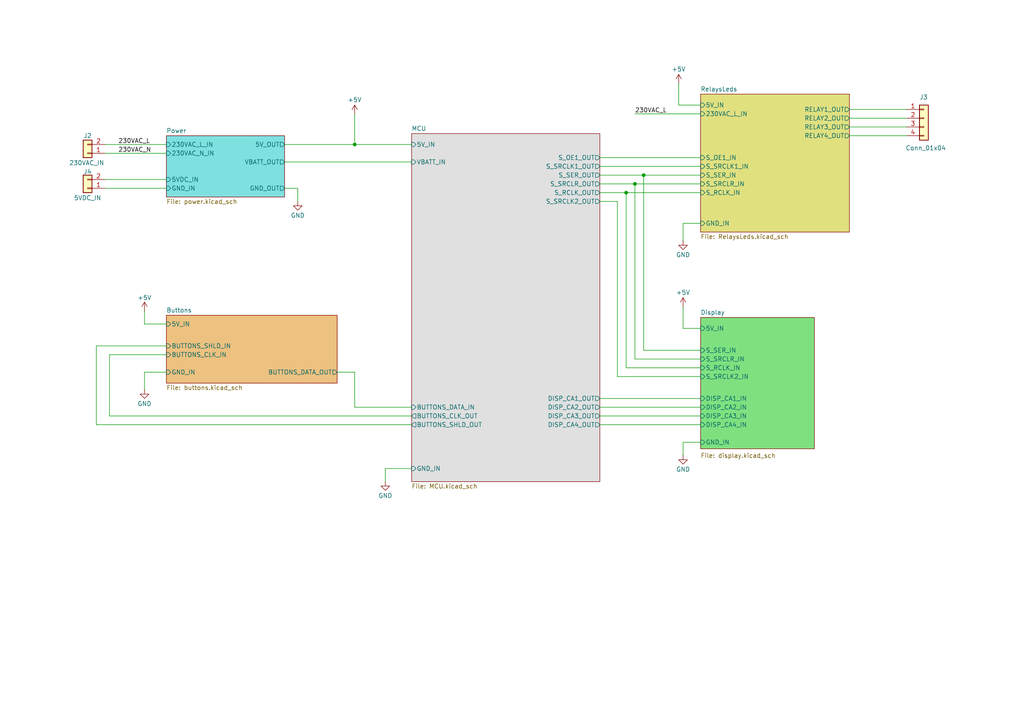
<source format=kicad_sch>
(kicad_sch (version 20231120) (generator "eeschema") (generator_version "8.0")
  (paper "A4")
  (lib_symbols
    (symbol "alf64:+5V" (power) (pin_numbers hide) (pin_names (offset 0) hide)
      (property "Value" "+5V" (at 0 3.556 0))
      (symbol "+5V_0_1"
        (polyline (pts (xy -0.762 1.27) (xy 0 2.54)))
        (polyline (pts (xy 0 0) (xy 0 2.54)))
        (polyline (pts (xy 0 2.54) (xy 0.762 1.27)))
      )
      (symbol "+5V_1_1"
        (pin power_in line (at 0 0 90) (length 0) (name "~") (number "1"))
      )
    )
    (symbol "alf64:Conn_01x02" (pin_names (offset 1.016) hide)
      (property "Reference" "J" (at 0 2.54 0))
      (property "Value" "Conn_01x02" (at 0 -5.08 0))
      (symbol "Conn_01x02_1_1"
        (rectangle (start -1.27 -2.413) (end 0 -2.667) (stroke (width 0.1524)))
        (rectangle (start -1.27 0.127) (end 0 -0.127) (stroke (width 0.1524)))
        (rectangle (start -1.27 1.27) (end 1.27 -3.81) (stroke (width 0.254)) (fill (type background)))
        (pin passive line (at -5.08 0 0) (length 3.81) (name "Pin_1") (number "1"))
        (pin passive line (at -5.08 -2.54 0) (length 3.81) (name "Pin_2") (number "2"))
      )
    )
    (symbol "alf64:Conn_01x04" (pin_names (offset 1.016) hide)
      (property "Reference" "J" (at 0 5.08 0))
      (property "Value" "Conn_01x04" (at 0 -7.62 0))
      (symbol "Conn_01x04_1_1"
        (rectangle (start -1.27 -4.953) (end 0 -5.207) (stroke (width 0.1524)))
        (rectangle (start -1.27 -2.413) (end 0 -2.667) (stroke (width 0.1524)))
        (rectangle (start -1.27 0.127) (end 0 -0.127) (stroke (width 0.1524)))
        (rectangle (start -1.27 2.667) (end 0 2.413) (stroke (width 0.1524)))
        (rectangle (start -1.27 3.81) (end 1.27 -6.35) (stroke (width 0.254)) (fill (type background)))
        (pin passive line (at -5.08 2.54 0) (length 3.81) (name "Pin_1") (number "1"))
        (pin passive line (at -5.08 0 0) (length 3.81) (name "Pin_2") (number "2"))
        (pin passive line (at -5.08 -2.54 0) (length 3.81) (name "Pin_3") (number "3"))
        (pin passive line (at -5.08 -5.08 0) (length 3.81) (name "Pin_4") (number "4"))
      )
    )
    (symbol "alf64:GND" (power) (pin_numbers hide) (pin_names (offset 0) hide)
      (property "Value" "GND" (at 0 -3.81 0))
      (symbol "GND_0_1"
        (polyline (pts (xy 0 0) (xy 0 -1.27) (xy 1.27 -1.27) (xy 0 -2.54) (xy -1.27 -1.27) (xy 0 -1.27)))
      )
      (symbol "GND_1_1"
        (pin power_in line (at 0 0 270) (length 0) (name "~") (number "1"))
      )
    )
  )
  (junction (at 102.87 41.91))
  (junction (at 181.61 55.88))
  (junction (at 184.15 53.34))
  (junction (at 186.69 50.8))
  (wire (pts (xy 203.2 64.77) (xy 198.12 64.77)))
  (wire (pts (xy 203.2 104.14) (xy 184.15 104.14)))
  (wire (pts (xy 31.75 102.87) (xy 31.75 120.65)))
  (wire (pts (xy 173.99 115.57) (xy 203.2 115.57)))
  (wire (pts (xy 186.69 101.6) (xy 186.69 50.8)))
  (wire (pts (xy 179.07 58.42) (xy 173.99 58.42)))
  (wire (pts (xy 102.87 107.95) (xy 102.87 118.11)))
  (wire (pts (xy 48.26 102.87) (xy 31.75 102.87)))
  (wire (pts (xy 186.69 50.8) (xy 203.2 50.8)))
  (wire (pts (xy 184.15 53.34) (xy 203.2 53.34)))
  (wire (pts (xy 173.99 50.8) (xy 186.69 50.8)))
  (wire (pts (xy 203.2 30.48) (xy 196.85 30.48)))
  (wire (pts (xy 246.38 39.37) (xy 262.89 39.37)))
  (wire (pts (xy 82.55 46.99) (xy 119.38 46.99)))
  (wire (pts (xy 30.48 44.45) (xy 48.26 44.45)))
  (wire (pts (xy 30.48 54.61) (xy 48.26 54.61)))
  (wire (pts (xy 111.76 135.89) (xy 111.76 139.7)))
  (wire (pts (xy 41.91 93.98) (xy 48.26 93.98)))
  (wire (pts (xy 97.79 107.95) (xy 102.87 107.95)))
  (wire (pts (xy 102.87 41.91) (xy 119.38 41.91)))
  (wire (pts (xy 246.38 31.75) (xy 262.89 31.75)))
  (wire (pts (xy 173.99 118.11) (xy 203.2 118.11)))
  (wire (pts (xy 198.12 88.9) (xy 198.12 95.25)))
  (wire (pts (xy 86.36 58.42) (xy 86.36 54.61)))
  (wire (pts (xy 48.26 100.33) (xy 27.94 100.33)))
  (wire (pts (xy 31.75 120.65) (xy 119.38 120.65)))
  (wire (pts (xy 27.94 123.19) (xy 119.38 123.19)))
  (wire (pts (xy 203.2 128.27) (xy 198.12 128.27)))
  (wire (pts (xy 102.87 118.11) (xy 119.38 118.11)))
  (wire (pts (xy 246.38 36.83) (xy 262.89 36.83)))
  (wire (pts (xy 82.55 41.91) (xy 102.87 41.91)))
  (wire (pts (xy 173.99 123.19) (xy 203.2 123.19)))
  (wire (pts (xy 184.15 104.14) (xy 184.15 53.34)))
  (wire (pts (xy 30.48 52.07) (xy 48.26 52.07)))
  (wire (pts (xy 198.12 128.27) (xy 198.12 132.08)))
  (wire (pts (xy 41.91 90.17) (xy 41.91 93.98)))
  (wire (pts (xy 203.2 106.68) (xy 181.61 106.68)))
  (wire (pts (xy 173.99 55.88) (xy 181.61 55.88)))
  (wire (pts (xy 48.26 107.95) (xy 41.91 107.95)))
  (wire (pts (xy 196.85 30.48) (xy 196.85 24.13)))
  (wire (pts (xy 173.99 45.72) (xy 203.2 45.72)))
  (wire (pts (xy 203.2 109.22) (xy 179.07 109.22)))
  (wire (pts (xy 173.99 48.26) (xy 203.2 48.26)))
  (wire (pts (xy 27.94 100.33) (xy 27.94 123.19)))
  (wire (pts (xy 198.12 64.77) (xy 198.12 69.85)))
  (wire (pts (xy 198.12 95.25) (xy 203.2 95.25)))
  (wire (pts (xy 203.2 101.6) (xy 186.69 101.6)))
  (wire (pts (xy 173.99 120.65) (xy 203.2 120.65)))
  (wire (pts (xy 179.07 109.22) (xy 179.07 58.42)))
  (wire (pts (xy 246.38 34.29) (xy 262.89 34.29)))
  (wire (pts (xy 86.36 54.61) (xy 82.55 54.61)))
  (wire (pts (xy 184.15 33.02) (xy 203.2 33.02)))
  (wire (pts (xy 30.48 41.91) (xy 48.26 41.91)))
  (wire (pts (xy 181.61 55.88) (xy 203.2 55.88)))
  (wire (pts (xy 173.99 53.34) (xy 184.15 53.34)))
  (wire (pts (xy 119.38 135.89) (xy 111.76 135.89)))
  (wire (pts (xy 41.91 107.95) (xy 41.91 113.03)))
  (wire (pts (xy 181.61 106.68) (xy 181.61 55.88)))
  (wire (pts (xy 102.87 33.02) (xy 102.87 41.91)))
  (label "230VAC_L" (at 184.15 33.02 0))
  (label "230VAC_L" (at 34.29 41.91 0))
  (label "230VAC_N" (at 34.29 44.45 0))
  (symbol (lib_id "alf64:Conn_01x02") (at 25.4 44.45 180) (unit 1)
    (property "Reference" "J2" (at 25.4 39.37 0))
    (property "Value" "230VAC_IN" (at 25.146 47.244 0))
    (property "Footprint" "alf64:PhoenixContact_MSTBA_2,5_2-G-5,08_1x02_P5.08mm_Horizontal" (effects (hide yes)))
    (property "Description" "Generic connector, single row, 01x02, script generated (kicad-library-utils/schlib/autogen/connector/)" (effects (hide yes)))
  )
  (symbol (lib_id "alf64:+5V") (at 41.91 90.17 0) (unit 1)
    (property "Reference" "#PWR048" (effects (hide yes)))
    (property "Value" "+5V" (at 41.91 86.36 0))
    (property "Description" "Power symbol creates a global label with name \"+5V\"" (effects (hide yes)))
  )
  (symbol (lib_id "alf64:GND") (at 41.91 113.03 0) (unit 1)
    (property "Reference" "#PWR038" (effects (hide yes)))
    (property "Value" "GND" (at 41.91 117.094 0))
    (property "Description" "Power symbol creates a global label with name \"GND\" , ground" (effects (hide yes)))
  )
  (symbol (lib_id "alf64:GND") (at 198.12 132.08 0) (unit 1)
    (property "Reference" "#PWR049" (effects (hide yes)))
    (property "Value" "GND" (at 198.12 136.144 0))
    (property "Description" "Power symbol creates a global label with name \"GND\" , ground" (effects (hide yes)))
  )
  (symbol (lib_id "alf64:+5V") (at 102.87 33.02 0) (unit 1)
    (property "Reference" "#PWR039" (effects (hide yes)))
    (property "Value" "+5V" (at 102.87 28.956 0))
    (property "Description" "Power symbol creates a global label with name \"+5V\"" (effects (hide yes)))
  )
  (symbol (lib_id "alf64:Conn_01x04") (at 267.97 34.29 0) (unit 1)
    (property "Reference" "J3" (at 266.7 28.194 0) (effects (justify left)))
    (property "Value" "Conn_01x04" (at 262.636 42.926 0) (effects (justify left)))
    (property "Footprint" "alf64:PhoenixContact_MSTBA_2,5_4-G-5,08_1x04_P5.08mm_Horizontal" (effects (hide yes)))
  )
  (symbol (lib_id "alf64:GND") (at 86.36 58.42 0) (unit 1)
    (property "Reference" "#PWR035" (effects (hide yes)))
    (property "Value" "GND" (at 86.36 62.484 0))
    (property "Description" "Power symbol creates a global label with name \"GND\" , ground" (effects (hide yes)))
  )
  (symbol (lib_id "alf64:GND") (at 198.12 69.85 0) (unit 1)
    (property "Reference" "#PWR052" (effects (hide yes)))
    (property "Value" "GND" (at 198.12 73.914 0))
    (property "Description" "Power symbol creates a global label with name \"GND\" , ground" (effects (hide yes)))
  )
  (symbol (lib_id "alf64:+5V") (at 196.85 24.13 0) (unit 1)
    (property "Reference" "#PWR040" (effects (hide yes)))
    (property "Value" "+5V" (at 196.85 20.066 0))
    (property "Description" "Power symbol creates a global label with name \"+5V\"" (effects (hide yes)))
  )
  (symbol (lib_id "alf64:Conn_01x02") (at 25.4 54.61 180) (unit 1)
    (property "Reference" "J4" (at 25.4 49.784 0))
    (property "Value" "5VDC_IN" (at 25.4 57.404 0))
    (property "Footprint" "alf64:Conn_Degson_2x3.81mm" (effects (hide yes)))
    (property "Description" "Generic connector, single row, 01x02, script generated (kicad-library-utils/schlib/autogen/connector/)" (effects (hide yes)))
  )
  (symbol (lib_id "alf64:+5V") (at 198.12 88.9 0) (unit 1)
    (property "Reference" "#PWR055" (effects (hide yes)))
    (property "Value" "+5V" (at 198.12 84.836 0))
    (property "Description" "Power symbol creates a global label with name \"+5V\"" (effects (hide yes)))
  )
  (symbol (lib_id "alf64:GND") (at 111.76 139.7 0) (unit 1)
    (property "Reference" "#PWR051" (effects (hide yes)))
    (property "Value" "GND" (at 111.76 143.764 0))
    (property "Description" "Power symbol creates a global label with name \"GND\" , ground" (effects (hide yes)))
  )
  (sheet (at 48.26 39.37) (size 34.29 17.78) (stroke (width 0.1524)) (fill (color 0 194 194 0.5000))
    (property "Sheetname" "Power" (at 48.26 38.6584 0) (effects (justify left bottom)))
    (property "Sheetfile" "power.kicad_sch" (at 48.26 57.7346 0) (effects (justify left top)))
    (pin "VBATT_OUT" output (at 82.55 46.99 0))
    (pin "5V_OUT" output (at 82.55 41.91 0))
    (pin "GND_OUT" output (at 82.55 54.61 0))
    (pin "230VAC_L_IN" input (at 48.26 41.91 180))
    (pin "230VAC_N_IN" input (at 48.26 44.45 180))
    (pin "5VDC_IN" input (at 48.26 52.07 180))
    (pin "GND_IN" input (at 48.26 54.61 180))
  )
  (sheet (at 119.38 38.735) (size 54.61 100.965) (stroke (width 0.1524)) (fill (color 194 194 194 0.5000))
    (property "Sheetname" "MCU" (at 119.38 38.0234 0) (effects (justify left bottom)))
    (property "Sheetfile" "MCU.kicad_sch" (at 119.38 140.2846 0) (effects (justify left top)))
    (pin "BUTTONS_DATA_IN" input (at 119.38 118.11 180))
    (pin "BUTTONS_SHLD_OUT" output (at 119.38 123.19 180))
    (pin "S_SRCLK2_OUT" output (at 173.99 58.42 0))
    (pin "DISP_CA1_OUT" output (at 173.99 115.57 0))
    (pin "DISP_CA2_OUT" output (at 173.99 118.11 0))
    (pin "DISP_CA3_OUT" output (at 173.99 120.65 0))
    (pin "DISP_CA4_OUT" output (at 173.99 123.19 0))
    (pin "BUTTONS_CLK_OUT" output (at 119.38 120.65 180))
    (pin "S_SER_OUT" output (at 173.99 50.8 0))
    (pin "S_SRCLK1_OUT" output (at 173.99 48.26 0))
    (pin "S_OE1_OUT" output (at 173.99 45.72 0))
    (pin "S_RCLK_OUT" output (at 173.99 55.88 0))
    (pin "VBATT_IN" input (at 119.38 46.99 180))
    (pin "5V_IN" input (at 119.38 41.91 180))
    (pin "GND_IN" input (at 119.38 135.89 180))
    (pin "S_SRCLR_OUT" output (at 173.99 53.34 0))
  )
  (sheet (at 203.2 27.305) (size 43.18 40.005) (stroke (width 0.1524)) (fill (color 194 194 0 0.5000))
    (property "Sheetname" "RelaysLeds" (at 203.2 26.5934 0) (effects (justify left bottom)))
    (property "Sheetfile" "RelaysLeds.kicad_sch" (at 203.2 67.8946 0) (effects (justify left top)))
    (pin "RELAY3_OUT" output (at 246.38 36.83 0))
    (pin "RELAY2_OUT" output (at 246.38 34.29 0))
    (pin "RELAY4_OUT" output (at 246.38 39.37 0))
    (pin "RELAY1_OUT" output (at 246.38 31.75 0))
    (pin "S_SER_IN" input (at 203.2 50.8 180))
    (pin "5V_IN" input (at 203.2 30.48 180))
    (pin "GND_IN" input (at 203.2 64.77 180))
    (pin "230VAC_L_IN" input (at 203.2 33.02 180))
    (pin "S_RCLK_IN" input (at 203.2 55.88 180))
    (pin "S_OE1_IN" input (at 203.2 45.72 180))
    (pin "S_SRCLR_IN" input (at 203.2 53.34 180))
    (pin "S_SRCLK1_IN" input (at 203.2 48.26 180))
  )
  (sheet (at 203.2 92.075) (size 33.02 38.1) (stroke (width 0.1524)) (fill (color 0 194 0 0.5000))
    (property "Sheetname" "Display" (at 203.2 91.3634 0) (effects (justify left bottom)))
    (property "Sheetfile" "display.kicad_sch" (at 203.2 131.3946 0) (effects (justify left top)))
    (pin "DISP_CA2_IN" input (at 203.2 118.11 180))
    (pin "DISP_CA1_IN" input (at 203.2 115.57 180))
    (pin "DISP_CA3_IN" input (at 203.2 120.65 180))
    (pin "DISP_CA4_IN" input (at 203.2 123.19 180))
    (pin "5V_IN" input (at 203.2 95.25 180))
    (pin "GND_IN" input (at 203.2 128.27 180))
    (pin "S_SER_IN" input (at 203.2 101.6 180))
    (pin "S_SRCLK2_IN" input (at 203.2 109.22 180))
    (pin "S_SRCLR_IN" input (at 203.2 104.14 180))
    (pin "S_RCLK_IN" input (at 203.2 106.68 180))
  )
  (sheet (at 48.26 91.44) (size 49.53 19.685) (stroke (width 0.1524)) (fill (color 221 133 0 0.5000))
    (property "Sheetname" "Buttons" (at 48.26 90.7284 0) (effects (justify left bottom)))
    (property "Sheetfile" "buttons.kicad_sch" (at 48.26 111.7096 0) (effects (justify left top)))
    (pin "5V_IN" input (at 48.26 93.98 180))
    (pin "GND_IN" input (at 48.26 107.95 180))
    (pin "BUTTONS_SHLD_IN" input (at 48.26 100.33 180))
    (pin "BUTTONS_CLK_IN" input (at 48.26 102.87 180))
    (pin "BUTTONS_DATA_OUT" output (at 97.79 107.95 0))
  )
)
</source>
